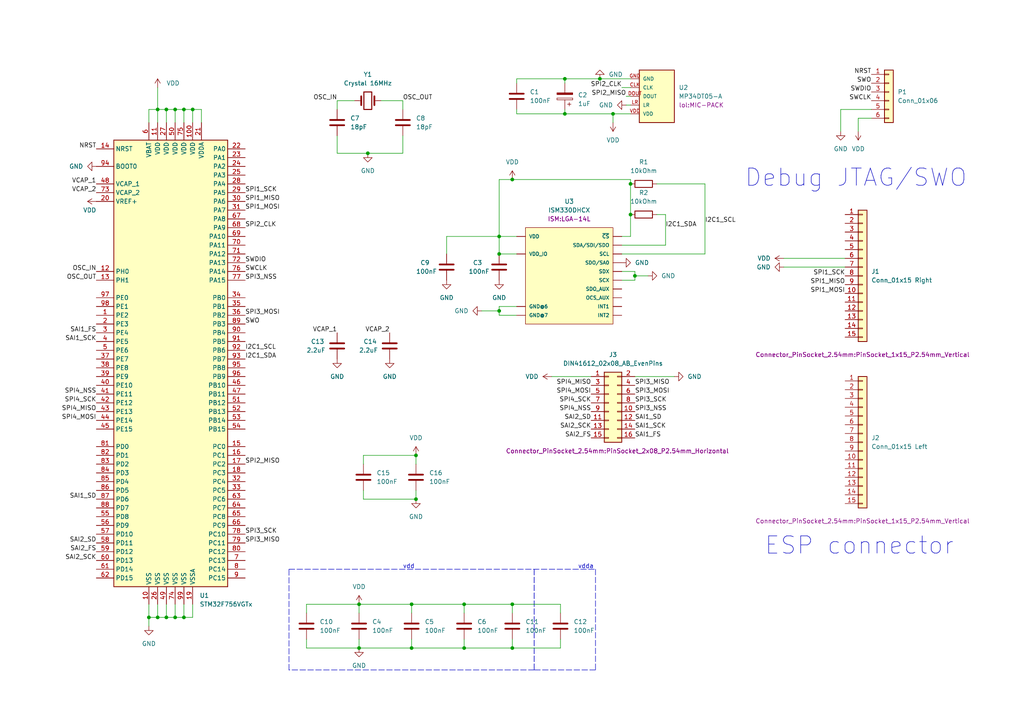
<source format=kicad_sch>
(kicad_sch (version 20211123) (generator eeschema)
  (paper "A4")
  (lib_symbols
    (symbol "Connector:DIN41612_02x08_AB_EvenPins" (pin_names (offset 1.016) hide)
      (property "Reference" "J3" (at 1.27 13.97 0))
      (property "Value" "DIN41612_02x08_AB_EvenPins" (at 1.27 11.43 0))
      (property "Footprint" "Connector_PinSocket_2.54mm:PinSocket_2x08_P2.54mm_Horizontal" (at 2.54 -13.97 0))
      (symbol "DIN41612_02x08_AB_EvenPins_1_1"
        (rectangle (start -1.27 -10.033) (end 0 -10.287) (stroke (width 0.1524)))
        (rectangle (start -1.27 -7.493) (end 0 -7.747) (stroke (width 0.1524)))
        (rectangle (start -1.27 -4.953) (end 0 -5.207) (stroke (width 0.1524)))
        (rectangle (start -1.27 -2.413) (end 0 -2.667) (stroke (width 0.1524)))
        (rectangle (start -1.27 0.127) (end 0 -0.127) (stroke (width 0.1524)))
        (rectangle (start -1.27 2.667) (end 0 2.413) (stroke (width 0.1524)))
        (rectangle (start -1.27 5.207) (end 0 4.953) (stroke (width 0.1524)))
        (rectangle (start -1.27 7.747) (end 0 7.493) (stroke (width 0.1524)))
        (rectangle (start -1.27 8.89) (end 3.81 -11.43) (stroke (width 0.254)) (fill (type background)))
        (rectangle (start 3.81 -10.033) (end 2.54 -10.287) (stroke (width 0.1524)))
        (rectangle (start 3.81 -7.493) (end 2.54 -7.747) (stroke (width 0.1524)))
        (rectangle (start 3.81 -4.953) (end 2.54 -5.207) (stroke (width 0.1524)))
        (rectangle (start 3.81 -2.413) (end 2.54 -2.667) (stroke (width 0.1524)))
        (rectangle (start 3.81 0.127) (end 2.54 -0.127) (stroke (width 0.1524)))
        (rectangle (start 3.81 2.667) (end 2.54 2.413) (stroke (width 0.1524)))
        (rectangle (start 3.81 5.207) (end 2.54 4.953) (stroke (width 0.1524)))
        (rectangle (start 3.81 7.747) (end 2.54 7.493) (stroke (width 0.1524)))
        (pin passive line (at -5.08 7.62 0) (length 3.81) (name "Pin_a2") (number "1"))
        (pin passive line (at 7.62 -2.54 180) (length 3.81) (name "Pin_b10") (number "10"))
        (pin passive line (at -5.08 -5.08 0) (length 3.81) (name "Pin_a12") (number "11"))
        (pin passive line (at 7.62 -5.08 180) (length 3.81) (name "Pin_b12") (number "12"))
        (pin passive line (at -5.08 -7.62 0) (length 3.81) (name "Pin_a14") (number "13"))
        (pin passive line (at 7.62 -7.62 180) (length 3.81) (name "Pin_b14") (number "14"))
        (pin passive line (at -5.08 -10.16 0) (length 3.81) (name "Pin_a16") (number "15"))
        (pin passive line (at 7.62 -10.16 180) (length 3.81) (name "Pin_b16") (number "16"))
        (pin passive line (at 7.62 7.62 180) (length 3.81) (name "Pin_b2") (number "2"))
        (pin passive line (at -5.08 5.08 0) (length 3.81) (name "Pin_a4") (number "3"))
        (pin passive line (at 7.62 5.08 180) (length 3.81) (name "Pin_b4") (number "4"))
        (pin passive line (at -5.08 2.54 0) (length 3.81) (name "Pin_a6") (number "5"))
        (pin passive line (at 7.62 2.54 180) (length 3.81) (name "Pin_b6") (number "6"))
        (pin passive line (at -5.08 0 0) (length 3.81) (name "Pin_a8") (number "7"))
        (pin passive line (at 7.62 0 180) (length 3.81) (name "Pin_b8") (number "8"))
        (pin passive line (at -5.08 -2.54 0) (length 3.81) (name "Pin_a10") (number "9"))
      )
    )
    (symbol "Connector_Generic:Conn_01x15" (pin_names (offset 1.016) hide)
      (property "Reference" "J" (at 0 20.32 0))
      (property "Value" "Conn_01x15" (at 0 -20.32 0))
      (symbol "Conn_01x15_1_1"
        (rectangle (start -1.27 -17.653) (end 0 -17.907) (stroke (width 0.1524)))
        (rectangle (start -1.27 -15.113) (end 0 -15.367) (stroke (width 0.1524)))
        (rectangle (start -1.27 -12.573) (end 0 -12.827) (stroke (width 0.1524)))
        (rectangle (start -1.27 -10.033) (end 0 -10.287) (stroke (width 0.1524)))
        (rectangle (start -1.27 -7.493) (end 0 -7.747) (stroke (width 0.1524)))
        (rectangle (start -1.27 -4.953) (end 0 -5.207) (stroke (width 0.1524)))
        (rectangle (start -1.27 -2.413) (end 0 -2.667) (stroke (width 0.1524)))
        (rectangle (start -1.27 0.127) (end 0 -0.127) (stroke (width 0.1524)))
        (rectangle (start -1.27 2.667) (end 0 2.413) (stroke (width 0.1524)))
        (rectangle (start -1.27 5.207) (end 0 4.953) (stroke (width 0.1524)))
        (rectangle (start -1.27 7.747) (end 0 7.493) (stroke (width 0.1524)))
        (rectangle (start -1.27 10.287) (end 0 10.033) (stroke (width 0.1524)))
        (rectangle (start -1.27 12.827) (end 0 12.573) (stroke (width 0.1524)))
        (rectangle (start -1.27 15.367) (end 0 15.113) (stroke (width 0.1524)))
        (rectangle (start -1.27 17.907) (end 0 17.653) (stroke (width 0.1524)))
        (rectangle (start -1.27 19.05) (end 1.27 -19.05) (stroke (width 0.254)) (fill (type background)))
        (pin passive line (at -5.08 17.78 0) (length 3.81) (name "Pin_1") (number "1"))
        (pin passive line (at -5.08 -5.08 0) (length 3.81) (name "Pin_10") (number "10"))
        (pin passive line (at -5.08 -7.62 0) (length 3.81) (name "Pin_11") (number "11"))
        (pin passive line (at -5.08 -10.16 0) (length 3.81) (name "Pin_12") (number "12"))
        (pin passive line (at -5.08 -12.7 0) (length 3.81) (name "Pin_13") (number "13"))
        (pin passive line (at -5.08 -15.24 0) (length 3.81) (name "Pin_14") (number "14"))
        (pin passive line (at -5.08 -17.78 0) (length 3.81) (name "Pin_15") (number "15"))
        (pin passive line (at -5.08 15.24 0) (length 3.81) (name "Pin_2") (number "2"))
        (pin passive line (at -5.08 12.7 0) (length 3.81) (name "Pin_3") (number "3"))
        (pin passive line (at -5.08 10.16 0) (length 3.81) (name "Pin_4") (number "4"))
        (pin passive line (at -5.08 7.62 0) (length 3.81) (name "Pin_5") (number "5"))
        (pin passive line (at -5.08 5.08 0) (length 3.81) (name "Pin_6") (number "6"))
        (pin passive line (at -5.08 2.54 0) (length 3.81) (name "Pin_7") (number "7"))
        (pin passive line (at -5.08 0 0) (length 3.81) (name "Pin_8") (number "8"))
        (pin passive line (at -5.08 -2.54 0) (length 3.81) (name "Pin_9") (number "9"))
      )
    )
    (symbol "Device:C" (pin_numbers hide) (pin_names (offset 0.254))
      (property "Reference" "C" (at 0.635 2.54 0))
      (property "Value" "C" (at 0.635 -2.54 0))
      (symbol "C_0_1"
        (polyline (pts (xy -2.032 -0.762) (xy 2.032 -0.762)) (stroke (width 0.508)))
        (polyline (pts (xy -2.032 0.762) (xy 2.032 0.762)) (stroke (width 0.508)))
      )
      (symbol "C_1_1"
        (pin passive line (at 0 3.81 270) (length 2.794) (name "~") (number "1"))
        (pin passive line (at 0 -3.81 90) (length 2.794) (name "~") (number "2"))
      )
    )
    (symbol "Device:C_Polarized" (pin_numbers hide) (pin_names (offset 0.254))
      (property "Reference" "C" (at 0.635 2.54 0))
      (property "Value" "C_Polarized" (at 0.635 -2.54 0))
      (symbol "C_Polarized_0_1"
        (rectangle (start -2.286 0.508) (end 2.286 1.016))
        (polyline (pts (xy -1.778 2.286) (xy -0.762 2.286)))
        (polyline (pts (xy -1.27 2.794) (xy -1.27 1.778)))
        (rectangle (start 2.286 -0.508) (end -2.286 -1.016) (fill (type outline)))
      )
      (symbol "C_Polarized_1_1"
        (pin passive line (at 0 3.81 270) (length 2.794) (name "~") (number "1"))
        (pin passive line (at 0 -3.81 90) (length 2.794) (name "~") (number "2"))
      )
    )
    (symbol "Device:Crystal" (pin_numbers hide) (pin_names (offset 1.016) hide)
      (property "Reference" "Y" (at 0 3.81 0))
      (property "Value" "Crystal" (at 0 -3.81 0))
      (symbol "Crystal_0_1"
        (rectangle (start -1.143 2.54) (end 1.143 -2.54) (stroke (width 0.3048)))
        (polyline (pts (xy -2.54 0) (xy -1.905 0)))
        (polyline (pts (xy -1.905 -1.27) (xy -1.905 1.27)) (stroke (width 0.508)))
        (polyline (pts (xy 1.905 -1.27) (xy 1.905 1.27)) (stroke (width 0.508)))
        (polyline (pts (xy 2.54 0) (xy 1.905 0)))
      )
      (symbol "Crystal_1_1"
        (pin passive line (at -3.81 0 0) (length 1.27) (name "1") (number "1"))
        (pin passive line (at 3.81 0 180) (length 1.27) (name "2") (number "2"))
      )
    )
    (symbol "Device:R" (pin_numbers hide) (pin_names (offset 0))
      (property "Reference" "R" (at 2.032 0 90))
      (property "Value" "R" (at 0 0 90))
      (symbol "R_0_1"
        (rectangle (start -1.016 -2.54) (end 1.016 2.54) (stroke (width 0.254)))
      )
      (symbol "R_1_1"
        (pin passive line (at 0 3.81 270) (length 1.27) (name "~") (number "1"))
        (pin passive line (at 0 -3.81 90) (length 1.27) (name "~") (number "2"))
      )
    )
    (symbol "ISM330DHCX:ISM330DHCX" (pin_numbers hide) (pin_names (offset 1.016))
      (property "Reference" "U" (at -10.16 15.24 0))
      (property "Value" "ISM330DHCX" (at -10.16 -17.78 0))
      (symbol "ISM330DHCX_0_0"
        (rectangle (start -12.7 -15.24) (end 12.7 12.7) (stroke (width 0.1524)) (fill (type background)))
        (pin bidirectional line (at 15.24 2.54 180) (length 2.54) (name "SDO/SA0") (number "P1"))
        (pin bidirectional line (at 15.24 -7.62 180) (length 2.54) (name "OCS_AUX") (number "P10"))
        (pin bidirectional line (at 15.24 -5.08 180) (length 2.54) (name "SDO_AUX") (number "P11"))
        (pin bidirectional line (at 15.24 10.16 180) (length 2.54) (name "~{CS}") (number "P12"))
        (pin bidirectional line (at 15.24 5.08 180) (length 2.54) (name "SCL") (number "P13"))
        (pin bidirectional line (at 15.24 7.62 180) (length 2.54) (name "SDA/SDI/SDO") (number "P14"))
        (pin bidirectional line (at 15.24 0 180) (length 2.54) (name "SDX") (number "P2"))
        (pin bidirectional line (at 15.24 -2.54 180) (length 2.54) (name "SCX") (number "P3"))
        (pin bidirectional line (at 15.24 -10.16 180) (length 2.54) (name "INT1") (number "P4"))
        (pin power_in line (at -15.24 5.08 0) (length 2.54) (name "VDD_IO") (number "P5"))
        (pin power_in line (at -15.24 -10.16 0) (length 2.54) (name "GND@6") (number "P6"))
        (pin power_in line (at -15.24 -12.7 0) (length 2.54) (name "GND@7") (number "P7"))
        (pin power_in line (at -15.24 10.16 0) (length 2.54) (name "VDD") (number "P8"))
        (pin bidirectional line (at 15.24 -12.7 180) (length 2.54) (name "INT2") (number "P9"))
      )
    )
    (symbol "MCU_ST_STM32F7:STM32F756VGTx"
      (property "Reference" "U" (at -17.78 64.77 0))
      (property "Value" "STM32F756VGTx" (at 10.16 64.77 0))
      (symbol "STM32F756VGTx_0_1"
        (rectangle (start -17.78 -66.04) (end 15.24 63.5) (stroke (width 0.254)) (fill (type background)))
      )
      (symbol "STM32F756VGTx_1_1"
        (pin bidirectional line (at -22.86 12.7 0) (length 5.08) (name "PE2") (number "1"))
        (pin power_in line (at -7.62 -71.12 90) (length 5.08) (name "VSS") (number "10"))
        (pin power_in line (at 5.08 68.58 270) (length 5.08) (name "VDD") (number "100"))
        (pin power_in line (at -5.08 68.58 270) (length 5.08) (name "VDD") (number "11"))
        (pin input line (at -22.86 25.4 0) (length 5.08) (name "PH0") (number "12"))
        (pin input line (at -22.86 22.86 0) (length 5.08) (name "PH1") (number "13"))
        (pin input line (at -22.86 60.96 0) (length 5.08) (name "NRST") (number "14"))
        (pin bidirectional line (at 20.32 -25.4 180) (length 5.08) (name "PC0") (number "15"))
        (pin bidirectional line (at 20.32 -27.94 180) (length 5.08) (name "PC1") (number "16"))
        (pin bidirectional line (at 20.32 -30.48 180) (length 5.08) (name "PC2") (number "17"))
        (pin bidirectional line (at 20.32 -33.02 180) (length 5.08) (name "PC3") (number "18"))
        (pin power_in line (at 5.08 -71.12 90) (length 5.08) (name "VSSA") (number "19"))
        (pin bidirectional line (at -22.86 10.16 0) (length 5.08) (name "PE3") (number "2"))
        (pin power_in line (at -22.86 45.72 0) (length 5.08) (name "VREF+") (number "20"))
        (pin power_in line (at 7.62 68.58 270) (length 5.08) (name "VDDA") (number "21"))
        (pin bidirectional line (at 20.32 60.96 180) (length 5.08) (name "PA0") (number "22"))
        (pin bidirectional line (at 20.32 58.42 180) (length 5.08) (name "PA1") (number "23"))
        (pin bidirectional line (at 20.32 55.88 180) (length 5.08) (name "PA2") (number "24"))
        (pin bidirectional line (at 20.32 53.34 180) (length 5.08) (name "PA3") (number "25"))
        (pin power_in line (at -5.08 -71.12 90) (length 5.08) (name "VSS") (number "26"))
        (pin power_in line (at -2.54 68.58 270) (length 5.08) (name "VDD") (number "27"))
        (pin bidirectional line (at 20.32 50.8 180) (length 5.08) (name "PA4") (number "28"))
        (pin bidirectional line (at 20.32 48.26 180) (length 5.08) (name "PA5") (number "29"))
        (pin bidirectional line (at -22.86 7.62 0) (length 5.08) (name "PE4") (number "3"))
        (pin bidirectional line (at 20.32 45.72 180) (length 5.08) (name "PA6") (number "30"))
        (pin bidirectional line (at 20.32 43.18 180) (length 5.08) (name "PA7") (number "31"))
        (pin bidirectional line (at 20.32 -35.56 180) (length 5.08) (name "PC4") (number "32"))
        (pin bidirectional line (at 20.32 -38.1 180) (length 5.08) (name "PC5") (number "33"))
        (pin bidirectional line (at 20.32 17.78 180) (length 5.08) (name "PB0") (number "34"))
        (pin bidirectional line (at 20.32 15.24 180) (length 5.08) (name "PB1") (number "35"))
        (pin bidirectional line (at 20.32 12.7 180) (length 5.08) (name "PB2") (number "36"))
        (pin bidirectional line (at -22.86 0 0) (length 5.08) (name "PE7") (number "37"))
        (pin bidirectional line (at -22.86 -2.54 0) (length 5.08) (name "PE8") (number "38"))
        (pin bidirectional line (at -22.86 -5.08 0) (length 5.08) (name "PE9") (number "39"))
        (pin bidirectional line (at -22.86 5.08 0) (length 5.08) (name "PE5") (number "4"))
        (pin bidirectional line (at -22.86 -7.62 0) (length 5.08) (name "PE10") (number "40"))
        (pin bidirectional line (at -22.86 -10.16 0) (length 5.08) (name "PE11") (number "41"))
        (pin bidirectional line (at -22.86 -12.7 0) (length 5.08) (name "PE12") (number "42"))
        (pin bidirectional line (at -22.86 -15.24 0) (length 5.08) (name "PE13") (number "43"))
        (pin bidirectional line (at -22.86 -17.78 0) (length 5.08) (name "PE14") (number "44"))
        (pin bidirectional line (at -22.86 -20.32 0) (length 5.08) (name "PE15") (number "45"))
        (pin bidirectional line (at 20.32 -7.62 180) (length 5.08) (name "PB10") (number "46"))
        (pin bidirectional line (at 20.32 -10.16 180) (length 5.08) (name "PB11") (number "47"))
        (pin power_in line (at -22.86 50.8 0) (length 5.08) (name "VCAP_1") (number "48"))
        (pin power_in line (at -2.54 -71.12 90) (length 5.08) (name "VSS") (number "49"))
        (pin bidirectional line (at -22.86 2.54 0) (length 5.08) (name "PE6") (number "5"))
        (pin power_in line (at 0 68.58 270) (length 5.08) (name "VDD") (number "50"))
        (pin bidirectional line (at 20.32 -12.7 180) (length 5.08) (name "PB12") (number "51"))
        (pin bidirectional line (at 20.32 -15.24 180) (length 5.08) (name "PB13") (number "52"))
        (pin bidirectional line (at 20.32 -17.78 180) (length 5.08) (name "PB14") (number "53"))
        (pin bidirectional line (at 20.32 -20.32 180) (length 5.08) (name "PB15") (number "54"))
        (pin bidirectional line (at -22.86 -45.72 0) (length 5.08) (name "PD8") (number "55"))
        (pin bidirectional line (at -22.86 -48.26 0) (length 5.08) (name "PD9") (number "56"))
        (pin bidirectional line (at -22.86 -50.8 0) (length 5.08) (name "PD10") (number "57"))
        (pin bidirectional line (at -22.86 -53.34 0) (length 5.08) (name "PD11") (number "58"))
        (pin bidirectional line (at -22.86 -55.88 0) (length 5.08) (name "PD12") (number "59"))
        (pin power_in line (at -7.62 68.58 270) (length 5.08) (name "VBAT") (number "6"))
        (pin bidirectional line (at -22.86 -58.42 0) (length 5.08) (name "PD13") (number "60"))
        (pin bidirectional line (at -22.86 -60.96 0) (length 5.08) (name "PD14") (number "61"))
        (pin bidirectional line (at -22.86 -63.5 0) (length 5.08) (name "PD15") (number "62"))
        (pin bidirectional line (at 20.32 -40.64 180) (length 5.08) (name "PC6") (number "63"))
        (pin bidirectional line (at 20.32 -43.18 180) (length 5.08) (name "PC7") (number "64"))
        (pin bidirectional line (at 20.32 -45.72 180) (length 5.08) (name "PC8") (number "65"))
        (pin bidirectional line (at 20.32 -48.26 180) (length 5.08) (name "PC9") (number "66"))
        (pin bidirectional line (at 20.32 40.64 180) (length 5.08) (name "PA8") (number "67"))
        (pin bidirectional line (at 20.32 38.1 180) (length 5.08) (name "PA9") (number "68"))
        (pin bidirectional line (at 20.32 35.56 180) (length 5.08) (name "PA10") (number "69"))
        (pin bidirectional line (at 20.32 -58.42 180) (length 5.08) (name "PC13") (number "7"))
        (pin bidirectional line (at 20.32 33.02 180) (length 5.08) (name "PA11") (number "70"))
        (pin bidirectional line (at 20.32 30.48 180) (length 5.08) (name "PA12") (number "71"))
        (pin bidirectional line (at 20.32 27.94 180) (length 5.08) (name "PA13") (number "72"))
        (pin power_in line (at -22.86 48.26 0) (length 5.08) (name "VCAP_2") (number "73"))
        (pin power_in line (at 0 -71.12 90) (length 5.08) (name "VSS") (number "74"))
        (pin power_in line (at 2.54 68.58 270) (length 5.08) (name "VDD") (number "75"))
        (pin bidirectional line (at 20.32 25.4 180) (length 5.08) (name "PA14") (number "76"))
        (pin bidirectional line (at 20.32 22.86 180) (length 5.08) (name "PA15") (number "77"))
        (pin bidirectional line (at 20.32 -50.8 180) (length 5.08) (name "PC10") (number "78"))
        (pin bidirectional line (at 20.32 -53.34 180) (length 5.08) (name "PC11") (number "79"))
        (pin bidirectional line (at 20.32 -60.96 180) (length 5.08) (name "PC14") (number "8"))
        (pin bidirectional line (at 20.32 -55.88 180) (length 5.08) (name "PC12") (number "80"))
        (pin bidirectional line (at -22.86 -25.4 0) (length 5.08) (name "PD0") (number "81"))
        (pin bidirectional line (at -22.86 -27.94 0) (length 5.08) (name "PD1") (number "82"))
        (pin bidirectional line (at -22.86 -30.48 0) (length 5.08) (name "PD2") (number "83"))
        (pin bidirectional line (at -22.86 -33.02 0) (length 5.08) (name "PD3") (number "84"))
        (pin bidirectional line (at -22.86 -35.56 0) (length 5.08) (name "PD4") (number "85"))
        (pin bidirectional line (at -22.86 -38.1 0) (length 5.08) (name "PD5") (number "86"))
        (pin bidirectional line (at -22.86 -40.64 0) (length 5.08) (name "PD6") (number "87"))
        (pin bidirectional line (at -22.86 -43.18 0) (length 5.08) (name "PD7") (number "88"))
        (pin bidirectional line (at 20.32 10.16 180) (length 5.08) (name "PB3") (number "89"))
        (pin bidirectional line (at 20.32 -63.5 180) (length 5.08) (name "PC15") (number "9"))
        (pin bidirectional line (at 20.32 7.62 180) (length 5.08) (name "PB4") (number "90"))
        (pin bidirectional line (at 20.32 5.08 180) (length 5.08) (name "PB5") (number "91"))
        (pin bidirectional line (at 20.32 2.54 180) (length 5.08) (name "PB6") (number "92"))
        (pin bidirectional line (at 20.32 0 180) (length 5.08) (name "PB7") (number "93"))
        (pin input line (at -22.86 55.88 0) (length 5.08) (name "BOOT0") (number "94"))
        (pin bidirectional line (at 20.32 -2.54 180) (length 5.08) (name "PB8") (number "95"))
        (pin bidirectional line (at 20.32 -5.08 180) (length 5.08) (name "PB9") (number "96"))
        (pin bidirectional line (at -22.86 17.78 0) (length 5.08) (name "PE0") (number "97"))
        (pin bidirectional line (at -22.86 15.24 0) (length 5.08) (name "PE1") (number "98"))
        (pin power_in line (at 2.54 -71.12 90) (length 5.08) (name "VSS") (number "99"))
      )
    )
    (symbol "MP34DT05-A_1" (pin_names (offset 1.016))
      (property "Reference" "U2" (at -6.35 -12.7 0))
      (property "Value" "MP34DT05-A_1" (at -6.35 -10.16 0))
      (property "Footprint" "lol:MIC-PACK" (at 6.35 -6.35 0))
      (symbol "MP34DT05-A_1_0_0"
        (rectangle (start -5.08 -7.62) (end 5.08 7.62) (stroke (width 0.254)) (fill (type background)))
        (pin bidirectional line (at -7.62 2.54 0) (length 2.54) (name "CLK") (number "CLK"))
        (pin bidirectional line (at -7.62 0 0) (length 2.54) (name "DOUT") (number "DOUT"))
        (pin bidirectional line (at -7.62 5.08 0) (length 2.54) (name "GND") (number "GND"))
        (pin bidirectional line (at -7.62 -2.54 0) (length 2.54) (name "LR") (number "LR"))
        (pin bidirectional line (at -7.62 -5.08 0) (length 2.54) (name "VDD") (number "VDD"))
      )
    )
    (symbol "conn_01x06:Conn_01x06" (pin_names (offset 1.016) hide)
      (property "Reference" "P1" (at 0 11.43 0))
      (property "Value" "SWD PicoBlade 1x6" (at 2.54 1.27 90))
      (symbol "Conn_01x06_1_1"
        (rectangle (start -1.27 -7.493) (end 0 -7.747) (stroke (width 0.1524)))
        (rectangle (start -1.27 -4.953) (end 0 -5.207) (stroke (width 0.1524)))
        (rectangle (start -1.27 -2.413) (end 0 -2.667) (stroke (width 0.1524)))
        (rectangle (start -1.27 0.127) (end 0 -0.127) (stroke (width 0.1524)))
        (rectangle (start -1.27 2.667) (end 0 2.413) (stroke (width 0.1524)))
        (rectangle (start -1.27 5.207) (end 0 4.953) (stroke (width 0.1524)))
        (rectangle (start -1.27 6.35) (end 1.27 -8.89) (stroke (width 0.254)) (fill (type background)))
        (pin passive line (at -5.08 5.08 0) (length 3.81) (name "Pin_1") (number "1"))
        (pin passive line (at -5.08 2.54 0) (length 3.81) (name "Pin_2") (number "2"))
        (pin passive line (at -5.08 0 0) (length 3.81) (name "Pin_3") (number "3"))
        (pin passive line (at -5.08 -2.54 0) (length 3.81) (name "Pin_4") (number "4"))
        (pin passive line (at -5.08 -5.08 0) (length 3.81) (name "Pin_5") (number "5"))
        (pin passive line (at -5.08 -7.62 0) (length 3.81) (name "Pin_6") (number "6"))
      )
    )
    (symbol "power:GND" (power) (pin_names (offset 0))
      (property "Value" "GND" (at 0 -3.81 0))
      (symbol "GND_0_1"
        (polyline (pts (xy 0 0) (xy 0 -1.27) (xy 1.27 -1.27) (xy 0 -2.54) (xy -1.27 -1.27) (xy 0 -1.27)))
      )
      (symbol "GND_1_1"
        (pin power_in line (at 0 0 270) (length 0) hide (name "GND") (number "1"))
      )
    )
    (symbol "power:VDD" (power) (pin_names (offset 0))
      (property "Value" "VDD" (at 0 3.81 0))
      (symbol "VDD_0_1"
        (polyline (pts (xy -0.762 1.27) (xy 0 2.54)))
        (polyline (pts (xy 0 0) (xy 0 2.54)))
        (polyline (pts (xy 0 2.54) (xy 0.762 1.27)))
      )
      (symbol "VDD_1_1"
        (pin power_in line (at 0 0 90) (length 0) hide (name "VDD") (number "1"))
      )
    )
  )
  (junction (at 173.99 22.86))
  (junction (at 134.62 175.26))
  (junction (at 120.65 144.78))
  (junction (at 43.18 179.07))
  (junction (at 144.78 68.58))
  (junction (at 163.83 33.02))
  (junction (at 104.14 175.26))
  (junction (at 144.78 90.17))
  (junction (at 163.83 22.86))
  (junction (at 144.78 73.66))
  (junction (at 53.34 179.07))
  (junction (at 45.72 31.75))
  (junction (at 182.88 62.23))
  (junction (at 134.62 187.96))
  (junction (at 104.14 187.96))
  (junction (at 177.8 33.02))
  (junction (at 53.34 31.75))
  (junction (at 148.59 175.26))
  (junction (at 182.88 53.34))
  (junction (at 120.65 132.08))
  (junction (at 148.59 187.96))
  (junction (at 50.8 179.07))
  (junction (at 55.88 31.75))
  (junction (at 50.8 31.75))
  (junction (at 48.26 179.07))
  (junction (at 48.26 31.75))
  (junction (at 119.38 175.26))
  (junction (at 184.15 80.01))
  (junction (at 148.59 52.07))
  (junction (at 106.68 44.45))
  (junction (at 45.72 179.07))
  (junction (at 119.38 187.96))
  (wire (pts (xy 55.88 31.75) (xy 58.42 31.75)))
  (polyline (pts (xy 154.94 165.1) (xy 154.94 194.31)))
  (wire (pts (xy 104.14 187.96) (xy 88.9 187.96)))
  (wire (pts (xy 50.8 175.26) (xy 50.8 179.07)))
  (wire (pts (xy 243.84 31.75) (xy 252.73 31.75)))
  (polyline (pts (xy 154.94 165.1) (xy 154.94 194.31)))
  (wire (pts (xy 177.8 33.02) (xy 177.8 35.56)))
  (wire (pts (xy 177.8 33.02) (xy 182.88 33.02)))
  (wire (pts (xy 120.65 142.24) (xy 120.65 144.78)))
  (wire (pts (xy 163.83 24.13) (xy 163.83 22.86)))
  (wire (pts (xy 204.47 73.66) (xy 180.34 73.66)))
  (wire (pts (xy 110.49 29.21) (xy 116.84 29.21)))
  (wire (pts (xy 149.86 31.75) (xy 149.86 33.02)))
  (wire (pts (xy 227.33 74.93) (xy 245.11 74.93)))
  (wire (pts (xy 144.78 88.9) (xy 149.86 88.9)))
  (wire (pts (xy 148.59 185.42) (xy 148.59 187.96)))
  (wire (pts (xy 53.34 179.07) (xy 55.88 179.07)))
  (wire (pts (xy 50.8 179.07) (xy 53.34 179.07)))
  (wire (pts (xy 148.59 175.26) (xy 162.56 175.26)))
  (wire (pts (xy 248.92 34.29) (xy 252.73 34.29)))
  (wire (pts (xy 53.34 31.75) (xy 55.88 31.75)))
  (wire (pts (xy 148.59 52.07) (xy 144.78 52.07)))
  (wire (pts (xy 116.84 44.45) (xy 116.84 39.37)))
  (wire (pts (xy 184.15 81.28) (xy 184.15 80.01)))
  (wire (pts (xy 243.84 38.1) (xy 243.84 31.75)))
  (wire (pts (xy 195.58 109.22) (xy 184.15 109.22)))
  (wire (pts (xy 48.26 175.26) (xy 48.26 179.07)))
  (wire (pts (xy 58.42 31.75) (xy 58.42 35.56)))
  (wire (pts (xy 45.72 179.07) (xy 48.26 179.07)))
  (polyline (pts (xy 83.82 165.1) (xy 172.72 165.1)))
  (wire (pts (xy 148.59 187.96) (xy 134.62 187.96)))
  (wire (pts (xy 134.62 175.26) (xy 134.62 177.8)))
  (wire (pts (xy 55.88 179.07) (xy 55.88 175.26)))
  (wire (pts (xy 45.72 25.4) (xy 45.72 31.75)))
  (polyline (pts (xy 154.94 194.31) (xy 83.82 194.31)))
  (wire (pts (xy 187.96 80.01) (xy 184.15 80.01)))
  (wire (pts (xy 182.88 53.34) (xy 182.88 62.23)))
  (wire (pts (xy 181.61 30.48) (xy 182.88 30.48)))
  (wire (pts (xy 106.68 44.45) (xy 116.84 44.45)))
  (wire (pts (xy 55.88 31.75) (xy 55.88 35.56)))
  (wire (pts (xy 119.38 185.42) (xy 119.38 187.96)))
  (wire (pts (xy 43.18 179.07) (xy 45.72 179.07)))
  (wire (pts (xy 144.78 90.17) (xy 144.78 91.44)))
  (wire (pts (xy 162.56 185.42) (xy 162.56 187.96)))
  (wire (pts (xy 160.02 109.22) (xy 171.45 109.22)))
  (wire (pts (xy 182.88 68.58) (xy 180.34 68.58)))
  (wire (pts (xy 148.59 175.26) (xy 148.59 177.8)))
  (wire (pts (xy 182.88 52.07) (xy 182.88 53.34)))
  (wire (pts (xy 45.72 31.75) (xy 45.72 35.56)))
  (wire (pts (xy 144.78 73.66) (xy 149.86 73.66)))
  (wire (pts (xy 97.79 44.45) (xy 97.79 39.37)))
  (wire (pts (xy 43.18 35.56) (xy 43.18 31.75)))
  (wire (pts (xy 48.26 31.75) (xy 50.8 31.75)))
  (wire (pts (xy 144.78 90.17) (xy 144.78 88.9)))
  (wire (pts (xy 180.34 25.4) (xy 182.88 25.4)))
  (wire (pts (xy 149.86 33.02) (xy 163.83 33.02)))
  (wire (pts (xy 97.79 29.21) (xy 102.87 29.21)))
  (wire (pts (xy 190.5 62.23) (xy 193.04 62.23)))
  (wire (pts (xy 163.83 33.02) (xy 177.8 33.02)))
  (wire (pts (xy 119.38 175.26) (xy 134.62 175.26)))
  (polyline (pts (xy 172.72 194.31) (xy 154.94 194.31)))
  (wire (pts (xy 53.34 31.75) (xy 53.34 35.56)))
  (wire (pts (xy 88.9 177.8) (xy 88.9 175.26)))
  (wire (pts (xy 104.14 185.42) (xy 104.14 187.96)))
  (wire (pts (xy 162.56 187.96) (xy 148.59 187.96)))
  (wire (pts (xy 144.78 68.58) (xy 129.54 68.58)))
  (wire (pts (xy 227.33 77.47) (xy 245.11 77.47)))
  (wire (pts (xy 162.56 175.26) (xy 162.56 177.8)))
  (wire (pts (xy 105.41 134.62) (xy 105.41 132.08)))
  (wire (pts (xy 193.04 62.23) (xy 193.04 71.12)))
  (wire (pts (xy 173.99 22.86) (xy 182.88 22.86)))
  (wire (pts (xy 104.14 175.26) (xy 104.14 177.8)))
  (wire (pts (xy 163.83 31.75) (xy 163.83 33.02)))
  (wire (pts (xy 182.88 62.23) (xy 182.88 68.58)))
  (wire (pts (xy 180.34 81.28) (xy 184.15 81.28)))
  (wire (pts (xy 50.8 31.75) (xy 50.8 35.56)))
  (wire (pts (xy 148.59 52.07) (xy 182.88 52.07)))
  (wire (pts (xy 144.78 68.58) (xy 144.78 73.66)))
  (wire (pts (xy 43.18 179.07) (xy 43.18 181.61)))
  (wire (pts (xy 88.9 187.96) (xy 88.9 185.42)))
  (wire (pts (xy 48.26 179.07) (xy 50.8 179.07)))
  (wire (pts (xy 43.18 31.75) (xy 45.72 31.75)))
  (wire (pts (xy 119.38 175.26) (xy 119.38 177.8)))
  (wire (pts (xy 149.86 22.86) (xy 149.86 24.13)))
  (wire (pts (xy 163.83 22.86) (xy 173.99 22.86)))
  (polyline (pts (xy 172.72 165.1) (xy 172.72 194.31)))
  (wire (pts (xy 48.26 31.75) (xy 48.26 35.56)))
  (wire (pts (xy 180.34 71.12) (xy 193.04 71.12)))
  (wire (pts (xy 105.41 132.08) (xy 120.65 132.08)))
  (wire (pts (xy 129.54 68.58) (xy 129.54 73.66)))
  (wire (pts (xy 116.84 29.21) (xy 116.84 31.75)))
  (wire (pts (xy 43.18 175.26) (xy 43.18 179.07)))
  (wire (pts (xy 181.61 27.94) (xy 182.88 27.94)))
  (wire (pts (xy 104.14 175.26) (xy 119.38 175.26)))
  (wire (pts (xy 45.72 175.26) (xy 45.72 179.07)))
  (wire (pts (xy 45.72 31.75) (xy 48.26 31.75)))
  (wire (pts (xy 204.47 53.34) (xy 204.47 73.66)))
  (wire (pts (xy 119.38 187.96) (xy 104.14 187.96)))
  (wire (pts (xy 184.15 80.01) (xy 184.15 78.74)))
  (wire (pts (xy 50.8 31.75) (xy 53.34 31.75)))
  (wire (pts (xy 139.7 90.17) (xy 144.78 90.17)))
  (wire (pts (xy 144.78 68.58) (xy 149.86 68.58)))
  (wire (pts (xy 53.34 175.26) (xy 53.34 179.07)))
  (wire (pts (xy 97.79 31.75) (xy 97.79 29.21)))
  (wire (pts (xy 134.62 175.26) (xy 148.59 175.26)))
  (polyline (pts (xy 83.82 194.31) (xy 83.82 165.1)))
  (wire (pts (xy 144.78 91.44) (xy 149.86 91.44)))
  (wire (pts (xy 144.78 52.07) (xy 144.78 68.58)))
  (wire (pts (xy 105.41 144.78) (xy 105.41 142.24)))
  (wire (pts (xy 180.34 78.74) (xy 184.15 78.74)))
  (wire (pts (xy 134.62 187.96) (xy 119.38 187.96)))
  (wire (pts (xy 190.5 53.34) (xy 204.47 53.34)))
  (wire (pts (xy 106.68 44.45) (xy 97.79 44.45)))
  (wire (pts (xy 248.92 38.1) (xy 248.92 34.29)))
  (wire (pts (xy 120.65 132.08) (xy 120.65 134.62)))
  (wire (pts (xy 163.83 22.86) (xy 149.86 22.86)))
  (wire (pts (xy 134.62 185.42) (xy 134.62 187.96)))
  (wire (pts (xy 88.9 175.26) (xy 104.14 175.26)))
  (wire (pts (xy 120.65 144.78) (xy 105.41 144.78)))
  (text "ESP connector" (at 276.86 161.29 180) (effects (font (size 5 5)) (justify right bottom)))
  (text "vdd" (at 116.84 165.1 0) (effects (font (size 1.27 1.27)) (justify left bottom)))
  (text "Debug JTAG/SWO\n" (at 215.9 54.61 0) (effects (font (size 5 5)) (justify left bottom)))
  (text "vdda" (at 167.64 165.1 0) (effects (font (size 1.27 1.27)) (justify left bottom)))
  (label "SWCLK" (at 252.73 29.21 180))
  (label "SAI2_SD" (at 171.45 121.92 180))
  (label "SPI1_SCK" (at 245.11 80.01 180))
  (label "SPI4_SCK" (at 171.45 116.84 180))
  (label "SWDIO" (at 71.12 76.2 0))
  (label "SPI4_MOSI" (at 171.45 114.3 180))
  (label "SPI4_MISO" (at 27.94 119.38 180))
  (label "SPI4_NSS" (at 27.94 114.3 180))
  (label "SPI1_MISO" (at 245.11 82.55 180))
  (label "OSC_OUT" (at 116.84 29.21 0))
  (label "VCAP_2" (at 27.94 55.88 180))
  (label "SPI3_SCK" (at 71.12 154.94 0))
  (label "VCAP_1" (at 27.94 53.34 180))
  (label "SPI3_NSS" (at 71.12 81.28 0))
  (label "SAI1_SCK" (at 184.15 124.46 0))
  (label "SPI3_SCK" (at 184.15 116.84 0))
  (label "SPI4_SCK" (at 27.94 116.84 180))
  (label "NRST" (at 252.73 21.59 180))
  (label "I2C1_SCL" (at 204.47 64.77 0))
  (label "SAI2_FS" (at 27.94 160.02 180))
  (label "SPI3_MISO" (at 71.12 157.48 0))
  (label "SWO" (at 252.73 24.13 180))
  (label "VCAP_1" (at 97.79 96.52 180))
  (label "OSC_OUT" (at 27.94 81.28 180))
  (label "SAI2_SD" (at 27.94 157.48 180))
  (label "SWO" (at 71.12 93.98 0))
  (label "SPI2_MISO" (at 181.61 27.94 180))
  (label "SPI3_MISO" (at 184.15 111.76 0))
  (label "SPI1_MISO" (at 71.12 58.42 0))
  (label "SPI1_MOSI" (at 245.11 85.09 180))
  (label "I2C1_SDA" (at 71.12 104.14 0))
  (label "SAI1_FS" (at 184.15 127 0))
  (label "SPI2_CLK" (at 71.12 66.04 0))
  (label "SAI2_SCK" (at 27.94 162.56 180))
  (label "OSC_IN" (at 27.94 78.74 180))
  (label "SAI2_SCK" (at 171.45 124.46 180))
  (label "I2C1_SCL" (at 71.12 101.6 0))
  (label "SPI2_CLK" (at 180.34 25.4 180))
  (label "NRST" (at 27.94 43.18 180))
  (label "SPI3_NSS" (at 184.15 119.38 0))
  (label "VCAP_2" (at 113.03 96.52 180))
  (label "SWCLK" (at 71.12 78.74 0))
  (label "OSC_IN" (at 97.79 29.21 180))
  (label "SAI1_SD" (at 184.15 121.92 0))
  (label "SPI3_MOSI" (at 71.12 91.44 0))
  (label "SPI4_MOSI" (at 27.94 121.92 180))
  (label "SPI1_MOSI" (at 71.12 60.96 0))
  (label "I2C1_SDA" (at 193.04 66.04 0))
  (label "SWDIO" (at 252.73 26.67 180))
  (label "SAI1_SCK" (at 27.94 99.06 180))
  (label "SPI4_NSS" (at 171.45 119.38 180))
  (label "SAI1_FS" (at 27.94 96.52 180))
  (label "SPI4_MISO" (at 171.45 111.76 180))
  (label "SAI1_SD" (at 27.94 144.78 180))
  (label "SPI2_MISO" (at 71.12 134.62 0))
  (label "SAI2_FS" (at 171.45 127 180))
  (label "SPI3_MOSI" (at 184.15 114.3 0))
  (label "SPI1_SCK" (at 71.12 55.88 0))
  (symbol (lib_id "power:GND") (at 187.96 80.01 90) (unit 1)
    (property "Reference" "#PWR0111" (effects hide))
    (property "Value" "GND" (at 191.77 80.0099 90) (effects (justify right)))
  )
  (symbol (lib_id "Device:C") (at 162.56 181.61 180) (unit 1)
    (property "Reference" "C12" (at 166.37 180.3399 0) (effects (justify right)))
    (property "Value" "100nF" (at 166.37 182.8799 0) (effects (justify right)))
    (property "Footprint" "Capacitor_SMD:C_0603_1608Metric" (effects hide))
  )
  (symbol (lib_id "power:GND") (at 173.99 22.86 180) (unit 1)
    (property "Reference" "#PWR0117" (effects hide))
    (property "Value" "GND" (at 176.53 21.5899 0) (effects (justify right)))
  )
  (symbol (lib_id "Device:C") (at 88.9 181.61 180) (unit 1)
    (property "Reference" "C10" (at 92.71 180.3399 0) (effects (justify right)))
    (property "Value" "100nF" (at 92.71 182.8799 0) (effects (justify right)))
    (property "Footprint" "Capacitor_SMD:C_0603_1608Metric" (effects hide))
  )
  (symbol (lib_id "Device:C") (at 119.38 181.61 180) (unit 1)
    (property "Reference" "C5" (at 123.19 180.3399 0) (effects (justify right)))
    (property "Value" "100nF" (at 123.19 182.8799 0) (effects (justify right)))
    (property "Footprint" "Capacitor_SMD:C_0603_1608Metric" (effects hide))
  )
  (symbol (lib_id "power:GND") (at 104.14 187.96 0) (unit 1)
    (property "Reference" "#PWR0119" (effects hide))
    (property "Value" "GND" (at 104.14 193.04 0))
  )
  (symbol (lib_id "power:GND") (at 106.68 44.45 0) (unit 1)
    (property "Reference" "#PWR0120" (effects hide))
    (property "Value" "GND" (at 106.68 49.53 0))
  )
  (symbol (lib_id "Device:C") (at 134.62 181.61 180) (unit 1)
    (property "Reference" "C6" (at 138.43 180.3399 0) (effects (justify right)))
    (property "Value" "100nF" (at 138.43 182.8799 0) (effects (justify right)))
    (property "Footprint" "Capacitor_SMD:C_0603_1608Metric" (effects hide))
  )
  (symbol (lib_id "Device:C") (at 144.78 77.47 0) (unit 1)
    (property "Reference" "C3" (at 137.16 76.2 0) (effects (justify left)))
    (property "Value" "100nF" (at 135.89 78.74 0) (effects (justify left)))
    (property "Footprint" "Resistor_SMD:R_0603_1608Metric" (effects hide))
  )
  (symbol (lib_id "power:GND") (at 97.79 104.14 0) (unit 1)
    (property "Reference" "#PWR0108" (effects hide))
    (property "Value" "GND" (at 97.79 109.22 0))
  )
  (symbol (lib_id "power:VDD") (at 120.65 132.08 0) (unit 1)
    (property "Reference" "#PWR0122" (effects hide))
    (property "Value" "VDD" (at 120.65 127 0))
  )
  (symbol (lib_id "Device:C") (at 129.54 77.47 0) (unit 1)
    (property "Reference" "C9" (at 121.92 76.2 0) (effects (justify left)))
    (property "Value" "100nF" (at 120.65 78.74 0) (effects (justify left)))
    (property "Footprint" "Resistor_SMD:R_0603_1608Metric" (effects hide))
  )
  (symbol (lib_id "MCU_ST_STM32F7:STM32F756VGTx") (at 50.8 104.14 0) (unit 1)
    (property "Reference" "U1" (at 57.8994 172.72 0) (effects (justify left)))
    (property "Value" "STM32F756VGTx" (at 57.8994 175.26 0) (effects (justify left)))
    (property "Footprint" "Package_QFP:LQFP-100_14x14mm_P0.5mm" (effects hide))
    (property "Datasheet" "http://www.st.com/st-web-ui/static/active/en/resource/technical/document/datasheet/DM00166114.pdf" (effects hide))
  )
  (symbol (lib_id "power:GND") (at 27.94 48.26 270) (unit 1)
    (property "Reference" "#PWR0121" (effects hide))
    (property "Value" "GND" (at 24.13 48.2599 90) (effects (justify right)))
  )
  (symbol (lib_id "power:GND") (at 129.54 81.28 0) (unit 1)
    (property "Reference" "#PWR0124" (effects hide))
    (property "Value" "GND" (at 129.54 86.36 0))
  )
  (symbol (lib_id "Connector:DIN41612_02x08_AB_EvenPins") (at 176.53 116.84 0) (unit 1)
    (property "Reference" "J3" (at 177.8 102.87 0))
    (property "Value" "DIN41612_02x08_AB_EvenPins" (at 177.8 105.41 0))
    (property "Footprint" "Connector_PinSocket_2.54mm:PinSocket_2x08_P2.54mm_Horizontal" (at 179.07 130.81 0))
  )
  (symbol (lib_id "Device:C") (at 97.79 100.33 0) (unit 1)
    (property "Reference" "C13" (at 90.17 99.06 0) (effects (justify left)))
    (property "Value" "2.2uF" (at 88.9 101.6 0) (effects (justify left)))
    (property "Footprint" "Resistor_SMD:R_0603_1608Metric" (effects hide))
  )
  (symbol (lib_id "Device:R") (at 186.69 62.23 90) (unit 1)
    (property "Reference" "R2" (at 186.69 55.88 90))
    (property "Value" "10kOhm" (at 186.69 58.42 90))
    (property "Footprint" "Resistor_SMD:R_0603_1608Metric" (effects hide))
  )
  (symbol (lib_id "power:GND") (at 113.03 104.14 0) (unit 1)
    (property "Reference" "#PWR0107" (effects hide))
    (property "Value" "GND" (at 113.03 109.22 0))
  )
  (symbol (lib_id "Connector_Generic:Conn_01x15") (at 250.19 80.01 0) (unit 1)
    (property "Reference" "J1" (at 252.73 78.7399 0) (effects (justify left)))
    (property "Value" "Conn_01x15 Right " (at 252.73 81.2799 0) (effects (justify left)))
    (property "Footprint" "Connector_PinSocket_2.54mm:PinSocket_1x15_P2.54mm_Vertical" (at 250.19 102.87 0))
  )
  (symbol (lib_id "Device:C") (at 97.79 35.56 180) (unit 1)
    (property "Reference" "C7" (at 101.6 34.2899 0) (effects (justify right)))
    (property "Value" "18pF" (at 101.6 36.8299 0) (effects (justify right)))
    (property "Footprint" "Capacitor_SMD:C_0603_1608Metric" (effects hide))
  )
  (symbol (lib_id "power:VDD") (at 227.33 74.93 90) (unit 1)
    (property "Reference" "#PWR0106" (effects hide))
    (property "Value" "VDD" (at 223.52 74.9299 90) (effects (justify left)))
  )
  (symbol (lib_id "Device:C_Polarized") (at 163.83 27.94 180) (unit 1)
    (property "Reference" "C2" (at 167.64 27.5589 0) (effects (justify right)))
    (property "Value" "1uF" (at 167.64 30.0989 0) (effects (justify right)))
    (property "Footprint" "Capacitor_SMD:C_0603_1608Metric" (effects hide))
  )
  (symbol (lib_id "power:GND") (at 43.18 181.61 0) (unit 1)
    (property "Reference" "#PWR0104" (effects hide))
    (property "Value" "GND" (at 43.18 186.69 0))
  )
  (symbol (lib_id "power:VDD") (at 248.92 38.1 180) (unit 1)
    (property "Reference" "#PWR0102" (effects hide))
    (property "Value" "VDD" (at 248.92 43.18 0))
  )
  (symbol (lib_id "power:VDD") (at 148.59 52.07 0) (unit 1)
    (property "Reference" "#PWR0112" (effects hide))
    (property "Value" "VDD" (at 148.59 46.99 0))
  )
  (symbol (lib_id "Device:C") (at 104.14 181.61 180) (unit 1)
    (property "Reference" "C4" (at 107.95 180.3399 0) (effects (justify right)))
    (property "Value" "100nF" (at 107.95 182.8799 0) (effects (justify right)))
    (property "Footprint" "Capacitor_SMD:C_0603_1608Metric" (effects hide))
  )
  (symbol (lib_id "ISM330DHCX:ISM330DHCX") (at 165.1 78.74 0) (unit 1)
    (property "Reference" "U3" (at 165.1 58.42 0))
    (property "Value" "ISM330DHCX" (at 165.1 60.96 0))
    (property "Footprint" "ISM:LGA-14L" (at 165.1 63.5 0))
    (property "PROD_ID" "IC-16693" (effects hide))
  )
  (symbol (lib_id "conn_01x06:Conn_01x06") (at 257.81 26.67 0) (unit 1)
    (property "Reference" "P1" (at 260.35 26.6699 0) (effects (justify left)))
    (property "Value" "Conn_01x06" (at 260.35 29.2099 0) (effects (justify left)))
    (property "Footprint" "Connector_Molex:Molex_PicoBlade_53047-0610_1x06_P1.25mm_Vertical" (effects hide))
  )
  (symbol (lib_id "power:VDD") (at 160.02 109.22 90) (unit 1)
    (property "Reference" "#PWR0116" (effects hide))
    (property "Value" "VDD" (at 156.21 109.2199 90) (effects (justify left)))
  )
  (symbol (lib_id "power:GND") (at 120.65 144.78 0) (unit 1)
    (property "Reference" "#PWR0126" (effects hide))
    (property "Value" "GND" (at 120.65 149.86 0))
  )
  (symbol (lib_id "power:VDD") (at 177.8 35.56 180) (unit 1)
    (property "Reference" "#PWR0114" (effects hide))
    (property "Value" "VDD" (at 177.8 40.64 0))
  )
  (symbol (lib_id "power:VDD") (at 45.72 25.4 0) (unit 1)
    (property "Reference" "#PWR0103" (effects hide))
    (property "Value" "VDD" (at 48.26 24.1299 0) (effects (justify left)))
  )
  (symbol (lib_id "power:GND") (at 144.78 81.28 0) (unit 1)
    (property "Reference" "#PWR0109" (effects hide))
    (property "Value" "GND" (at 144.78 86.36 0))
  )
  (symbol (lib_id "power:GND") (at 243.84 38.1 0) (unit 1)
    (property "Reference" "#PWR0101" (effects hide))
    (property "Value" "GND" (at 243.84 43.18 0))
  )
  (symbol (lib_id "Device:C") (at 116.84 35.56 180) (unit 1)
    (property "Reference" "C8" (at 120.65 34.2899 0) (effects (justify right)))
    (property "Value" "18pF" (at 120.65 36.8299 0) (effects (justify right)))
    (property "Footprint" "Capacitor_SMD:C_0603_1608Metric" (effects hide))
  )
  (symbol (lib_id "Device:Crystal") (at 106.68 29.21 0) (unit 1)
    (property "Reference" "Y1" (at 106.68 21.59 0))
    (property "Value" "Crystal 16MHz" (at 106.68 24.13 0))
    (property "Footprint" "Crystal:Crystal_SMD_Abracon_ABM3-2Pin_5.0x3.2mm" (effects hide))
  )
  (symbol (lib_id "Device:C") (at 149.86 27.94 180) (unit 1)
    (property "Reference" "C1" (at 153.67 26.6699 0) (effects (justify right)))
    (property "Value" "100nF" (at 153.67 29.2099 0) (effects (justify right)))
    (property "Footprint" "Capacitor_SMD:C_0603_1608Metric" (effects hide))
  )
  (symbol (lib_id "Connector_Generic:Conn_01x15") (at 250.19 128.27 0) (unit 1)
    (property "Reference" "J2" (at 252.73 126.9999 0) (effects (justify left)))
    (property "Value" "Conn_01x15 Left" (at 252.73 129.5399 0) (effects (justify left)))
    (property "Footprint" "Connector_PinSocket_2.54mm:PinSocket_1x15_P2.54mm_Vertical" (at 250.19 151.13 0))
  )
  (symbol (lib_id "power:GND") (at 181.61 30.48 270) (unit 1)
    (property "Reference" "#PWR0115" (effects hide))
    (property "Value" "GND" (at 177.8 30.4799 90) (effects (justify right)))
  )
  (symbol (lib_name "MP34DT05-A_1") (lib_id "MP34DT05-A:MP34DT05-A") (at 190.5 27.94 0) (unit 1)
    (property "Reference" "U2" (at 196.85 25.3999 0) (effects (justify left)))
    (property "Value" "MP34DT05-A" (at 196.85 27.9399 0) (effects (justify left)))
    (property "Footprint" "lol:MIC-PACK" (at 196.85 30.4799 0) (effects (justify left)))
  )
  (symbol (lib_id "power:GND") (at 195.58 109.22 90) (unit 1)
    (property "Reference" "#PWR0113" (effects hide))
    (property "Value" "GND" (at 199.39 109.2199 90) (effects (justify right)))
  )
  (symbol (lib_id "Device:C") (at 113.03 100.33 0) (unit 1)
    (property "Reference" "C14" (at 105.41 99.06 0) (effects (justify left)))
    (property "Value" "2.2uF" (at 104.14 101.6 0) (effects (justify left)))
    (property "Footprint" "Resistor_SMD:R_0603_1608Metric" (effects hide))
  )
  (symbol (lib_id "power:GND") (at 227.33 77.47 270) (unit 1)
    (property "Reference" "#PWR0105" (effects hide))
    (property "Value" "GND" (at 223.52 77.4699 90) (effects (justify right)))
  )
  (symbol (lib_id "Device:C") (at 120.65 138.43 180) (unit 1)
    (property "Reference" "C16" (at 124.46 137.1599 0) (effects (justify right)))
    (property "Value" "100nF" (at 124.46 139.6999 0) (effects (justify right)))
    (property "Footprint" "Capacitor_SMD:C_0603_1608Metric" (effects hide))
  )
  (symbol (lib_id "Device:C") (at 148.59 181.61 180) (unit 1)
    (property "Reference" "C11" (at 152.4 180.3399 0) (effects (justify right)))
    (property "Value" "100nF" (at 152.4 182.8799 0) (effects (justify right)))
    (property "Footprint" "Capacitor_SMD:C_0603_1608Metric" (effects hide))
  )
  (symbol (lib_id "power:GND") (at 180.34 76.2 90) (unit 1)
    (property "Reference" "#PWR0123" (effects hide))
    (property "Value" "GND" (at 184.15 76.1999 90) (effects (justify right)))
  )
  (symbol (lib_id "Device:C") (at 105.41 138.43 180) (unit 1)
    (property "Reference" "C15" (at 109.22 137.1599 0) (effects (justify right)))
    (property "Value" "100nF" (at 109.22 139.6999 0) (effects (justify right)))
    (property "Footprint" "Capacitor_SMD:C_0603_1608Metric" (effects hide))
  )
  (symbol (lib_id "power:VDD") (at 104.14 175.26 0) (unit 1)
    (property "Reference" "#PWR0118" (effects hide))
    (property "Value" "VDD" (at 104.14 170.18 0))
  )
  (symbol (lib_id "power:GND") (at 139.7 90.17 270) (unit 1)
    (property "Reference" "#PWR0110" (effects hide))
    (property "Value" "GND" (at 135.89 90.1699 90) (effects (justify right)))
  )
  (symbol (lib_id "power:VDD") (at 27.94 58.42 90) (unit 1)
    (property "Reference" "#PWR0125" (effects hide))
    (property "Value" "VDD" (at 27.94 60.96 90) (effects (justify left)))
  )
  (symbol (lib_id "Device:R") (at 186.69 53.34 90) (unit 1)
    (property "Reference" "R1" (at 186.69 46.99 90))
    (property "Value" "10kOhm" (at 186.69 49.53 90))
    (property "Footprint" "Resistor_SMD:R_0603_1608Metric" (effects hide))
  )
)
</source>
